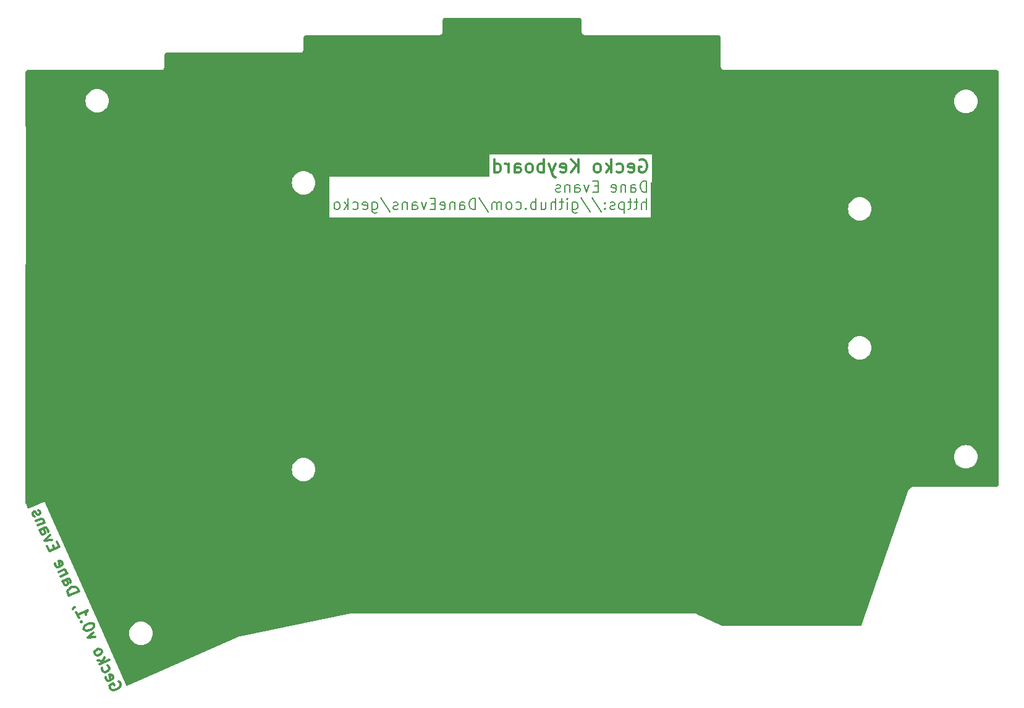
<source format=gbr>
%TF.GenerationSoftware,KiCad,Pcbnew,8.0.3*%
%TF.CreationDate,2024-09-02T20:29:09+10:00*%
%TF.ProjectId,bottom_plate,626f7474-6f6d-45f7-906c-6174652e6b69,1.0.0*%
%TF.SameCoordinates,Original*%
%TF.FileFunction,Copper,L2,Bot*%
%TF.FilePolarity,Positive*%
%FSLAX46Y46*%
G04 Gerber Fmt 4.6, Leading zero omitted, Abs format (unit mm)*
G04 Created by KiCad (PCBNEW 8.0.3) date 2024-09-02 20:29:09*
%MOMM*%
%LPD*%
G01*
G04 APERTURE LIST*
%ADD10C,0.200000*%
%TA.AperFunction,NonConductor*%
%ADD11C,0.200000*%
%TD*%
%ADD12C,0.350000*%
%TA.AperFunction,NonConductor*%
%ADD13C,0.350000*%
%TD*%
%ADD14C,0.300000*%
%TA.AperFunction,NonConductor*%
%ADD15C,0.300000*%
%TD*%
G04 APERTURE END LIST*
D10*
D11*
X110239855Y-47391112D02*
X110239855Y-45891112D01*
X110239855Y-45891112D02*
X109882712Y-45891112D01*
X109882712Y-45891112D02*
X109668426Y-45962541D01*
X109668426Y-45962541D02*
X109525569Y-46105398D01*
X109525569Y-46105398D02*
X109454140Y-46248255D01*
X109454140Y-46248255D02*
X109382712Y-46533969D01*
X109382712Y-46533969D02*
X109382712Y-46748255D01*
X109382712Y-46748255D02*
X109454140Y-47033969D01*
X109454140Y-47033969D02*
X109525569Y-47176826D01*
X109525569Y-47176826D02*
X109668426Y-47319684D01*
X109668426Y-47319684D02*
X109882712Y-47391112D01*
X109882712Y-47391112D02*
X110239855Y-47391112D01*
X108096998Y-47391112D02*
X108096998Y-46605398D01*
X108096998Y-46605398D02*
X108168426Y-46462541D01*
X108168426Y-46462541D02*
X108311283Y-46391112D01*
X108311283Y-46391112D02*
X108596998Y-46391112D01*
X108596998Y-46391112D02*
X108739855Y-46462541D01*
X108096998Y-47319684D02*
X108239855Y-47391112D01*
X108239855Y-47391112D02*
X108596998Y-47391112D01*
X108596998Y-47391112D02*
X108739855Y-47319684D01*
X108739855Y-47319684D02*
X108811283Y-47176826D01*
X108811283Y-47176826D02*
X108811283Y-47033969D01*
X108811283Y-47033969D02*
X108739855Y-46891112D01*
X108739855Y-46891112D02*
X108596998Y-46819684D01*
X108596998Y-46819684D02*
X108239855Y-46819684D01*
X108239855Y-46819684D02*
X108096998Y-46748255D01*
X107382712Y-46391112D02*
X107382712Y-47391112D01*
X107382712Y-46533969D02*
X107311283Y-46462541D01*
X107311283Y-46462541D02*
X107168426Y-46391112D01*
X107168426Y-46391112D02*
X106954140Y-46391112D01*
X106954140Y-46391112D02*
X106811283Y-46462541D01*
X106811283Y-46462541D02*
X106739855Y-46605398D01*
X106739855Y-46605398D02*
X106739855Y-47391112D01*
X105454140Y-47319684D02*
X105596997Y-47391112D01*
X105596997Y-47391112D02*
X105882712Y-47391112D01*
X105882712Y-47391112D02*
X106025569Y-47319684D01*
X106025569Y-47319684D02*
X106096997Y-47176826D01*
X106096997Y-47176826D02*
X106096997Y-46605398D01*
X106096997Y-46605398D02*
X106025569Y-46462541D01*
X106025569Y-46462541D02*
X105882712Y-46391112D01*
X105882712Y-46391112D02*
X105596997Y-46391112D01*
X105596997Y-46391112D02*
X105454140Y-46462541D01*
X105454140Y-46462541D02*
X105382712Y-46605398D01*
X105382712Y-46605398D02*
X105382712Y-46748255D01*
X105382712Y-46748255D02*
X106096997Y-46891112D01*
X103596998Y-46605398D02*
X103096998Y-46605398D01*
X102882712Y-47391112D02*
X103596998Y-47391112D01*
X103596998Y-47391112D02*
X103596998Y-45891112D01*
X103596998Y-45891112D02*
X102882712Y-45891112D01*
X102382712Y-46391112D02*
X102025569Y-47391112D01*
X102025569Y-47391112D02*
X101668426Y-46391112D01*
X100454141Y-47391112D02*
X100454141Y-46605398D01*
X100454141Y-46605398D02*
X100525569Y-46462541D01*
X100525569Y-46462541D02*
X100668426Y-46391112D01*
X100668426Y-46391112D02*
X100954141Y-46391112D01*
X100954141Y-46391112D02*
X101096998Y-46462541D01*
X100454141Y-47319684D02*
X100596998Y-47391112D01*
X100596998Y-47391112D02*
X100954141Y-47391112D01*
X100954141Y-47391112D02*
X101096998Y-47319684D01*
X101096998Y-47319684D02*
X101168426Y-47176826D01*
X101168426Y-47176826D02*
X101168426Y-47033969D01*
X101168426Y-47033969D02*
X101096998Y-46891112D01*
X101096998Y-46891112D02*
X100954141Y-46819684D01*
X100954141Y-46819684D02*
X100596998Y-46819684D01*
X100596998Y-46819684D02*
X100454141Y-46748255D01*
X99739855Y-46391112D02*
X99739855Y-47391112D01*
X99739855Y-46533969D02*
X99668426Y-46462541D01*
X99668426Y-46462541D02*
X99525569Y-46391112D01*
X99525569Y-46391112D02*
X99311283Y-46391112D01*
X99311283Y-46391112D02*
X99168426Y-46462541D01*
X99168426Y-46462541D02*
X99096998Y-46605398D01*
X99096998Y-46605398D02*
X99096998Y-47391112D01*
X98454140Y-47319684D02*
X98311283Y-47391112D01*
X98311283Y-47391112D02*
X98025569Y-47391112D01*
X98025569Y-47391112D02*
X97882712Y-47319684D01*
X97882712Y-47319684D02*
X97811283Y-47176826D01*
X97811283Y-47176826D02*
X97811283Y-47105398D01*
X97811283Y-47105398D02*
X97882712Y-46962541D01*
X97882712Y-46962541D02*
X98025569Y-46891112D01*
X98025569Y-46891112D02*
X98239855Y-46891112D01*
X98239855Y-46891112D02*
X98382712Y-46819684D01*
X98382712Y-46819684D02*
X98454140Y-46676826D01*
X98454140Y-46676826D02*
X98454140Y-46605398D01*
X98454140Y-46605398D02*
X98382712Y-46462541D01*
X98382712Y-46462541D02*
X98239855Y-46391112D01*
X98239855Y-46391112D02*
X98025569Y-46391112D01*
X98025569Y-46391112D02*
X97882712Y-46462541D01*
X110239855Y-49806028D02*
X110239855Y-48306028D01*
X109596998Y-49806028D02*
X109596998Y-49020314D01*
X109596998Y-49020314D02*
X109668426Y-48877457D01*
X109668426Y-48877457D02*
X109811283Y-48806028D01*
X109811283Y-48806028D02*
X110025569Y-48806028D01*
X110025569Y-48806028D02*
X110168426Y-48877457D01*
X110168426Y-48877457D02*
X110239855Y-48948885D01*
X109096997Y-48806028D02*
X108525569Y-48806028D01*
X108882712Y-48306028D02*
X108882712Y-49591742D01*
X108882712Y-49591742D02*
X108811283Y-49734600D01*
X108811283Y-49734600D02*
X108668426Y-49806028D01*
X108668426Y-49806028D02*
X108525569Y-49806028D01*
X108239854Y-48806028D02*
X107668426Y-48806028D01*
X108025569Y-48306028D02*
X108025569Y-49591742D01*
X108025569Y-49591742D02*
X107954140Y-49734600D01*
X107954140Y-49734600D02*
X107811283Y-49806028D01*
X107811283Y-49806028D02*
X107668426Y-49806028D01*
X107168426Y-48806028D02*
X107168426Y-50306028D01*
X107168426Y-48877457D02*
X107025569Y-48806028D01*
X107025569Y-48806028D02*
X106739854Y-48806028D01*
X106739854Y-48806028D02*
X106596997Y-48877457D01*
X106596997Y-48877457D02*
X106525569Y-48948885D01*
X106525569Y-48948885D02*
X106454140Y-49091742D01*
X106454140Y-49091742D02*
X106454140Y-49520314D01*
X106454140Y-49520314D02*
X106525569Y-49663171D01*
X106525569Y-49663171D02*
X106596997Y-49734600D01*
X106596997Y-49734600D02*
X106739854Y-49806028D01*
X106739854Y-49806028D02*
X107025569Y-49806028D01*
X107025569Y-49806028D02*
X107168426Y-49734600D01*
X105882711Y-49734600D02*
X105739854Y-49806028D01*
X105739854Y-49806028D02*
X105454140Y-49806028D01*
X105454140Y-49806028D02*
X105311283Y-49734600D01*
X105311283Y-49734600D02*
X105239854Y-49591742D01*
X105239854Y-49591742D02*
X105239854Y-49520314D01*
X105239854Y-49520314D02*
X105311283Y-49377457D01*
X105311283Y-49377457D02*
X105454140Y-49306028D01*
X105454140Y-49306028D02*
X105668426Y-49306028D01*
X105668426Y-49306028D02*
X105811283Y-49234600D01*
X105811283Y-49234600D02*
X105882711Y-49091742D01*
X105882711Y-49091742D02*
X105882711Y-49020314D01*
X105882711Y-49020314D02*
X105811283Y-48877457D01*
X105811283Y-48877457D02*
X105668426Y-48806028D01*
X105668426Y-48806028D02*
X105454140Y-48806028D01*
X105454140Y-48806028D02*
X105311283Y-48877457D01*
X104596997Y-49663171D02*
X104525568Y-49734600D01*
X104525568Y-49734600D02*
X104596997Y-49806028D01*
X104596997Y-49806028D02*
X104668425Y-49734600D01*
X104668425Y-49734600D02*
X104596997Y-49663171D01*
X104596997Y-49663171D02*
X104596997Y-49806028D01*
X104596997Y-48877457D02*
X104525568Y-48948885D01*
X104525568Y-48948885D02*
X104596997Y-49020314D01*
X104596997Y-49020314D02*
X104668425Y-48948885D01*
X104668425Y-48948885D02*
X104596997Y-48877457D01*
X104596997Y-48877457D02*
X104596997Y-49020314D01*
X102811282Y-48234600D02*
X104096996Y-50163171D01*
X101239853Y-48234600D02*
X102525567Y-50163171D01*
X100096996Y-48806028D02*
X100096996Y-50020314D01*
X100096996Y-50020314D02*
X100168424Y-50163171D01*
X100168424Y-50163171D02*
X100239853Y-50234600D01*
X100239853Y-50234600D02*
X100382710Y-50306028D01*
X100382710Y-50306028D02*
X100596996Y-50306028D01*
X100596996Y-50306028D02*
X100739853Y-50234600D01*
X100096996Y-49734600D02*
X100239853Y-49806028D01*
X100239853Y-49806028D02*
X100525567Y-49806028D01*
X100525567Y-49806028D02*
X100668424Y-49734600D01*
X100668424Y-49734600D02*
X100739853Y-49663171D01*
X100739853Y-49663171D02*
X100811281Y-49520314D01*
X100811281Y-49520314D02*
X100811281Y-49091742D01*
X100811281Y-49091742D02*
X100739853Y-48948885D01*
X100739853Y-48948885D02*
X100668424Y-48877457D01*
X100668424Y-48877457D02*
X100525567Y-48806028D01*
X100525567Y-48806028D02*
X100239853Y-48806028D01*
X100239853Y-48806028D02*
X100096996Y-48877457D01*
X99382710Y-49806028D02*
X99382710Y-48806028D01*
X99382710Y-48306028D02*
X99454138Y-48377457D01*
X99454138Y-48377457D02*
X99382710Y-48448885D01*
X99382710Y-48448885D02*
X99311281Y-48377457D01*
X99311281Y-48377457D02*
X99382710Y-48306028D01*
X99382710Y-48306028D02*
X99382710Y-48448885D01*
X98882709Y-48806028D02*
X98311281Y-48806028D01*
X98668424Y-48306028D02*
X98668424Y-49591742D01*
X98668424Y-49591742D02*
X98596995Y-49734600D01*
X98596995Y-49734600D02*
X98454138Y-49806028D01*
X98454138Y-49806028D02*
X98311281Y-49806028D01*
X97811281Y-49806028D02*
X97811281Y-48306028D01*
X97168424Y-49806028D02*
X97168424Y-49020314D01*
X97168424Y-49020314D02*
X97239852Y-48877457D01*
X97239852Y-48877457D02*
X97382709Y-48806028D01*
X97382709Y-48806028D02*
X97596995Y-48806028D01*
X97596995Y-48806028D02*
X97739852Y-48877457D01*
X97739852Y-48877457D02*
X97811281Y-48948885D01*
X95811281Y-48806028D02*
X95811281Y-49806028D01*
X96454138Y-48806028D02*
X96454138Y-49591742D01*
X96454138Y-49591742D02*
X96382709Y-49734600D01*
X96382709Y-49734600D02*
X96239852Y-49806028D01*
X96239852Y-49806028D02*
X96025566Y-49806028D01*
X96025566Y-49806028D02*
X95882709Y-49734600D01*
X95882709Y-49734600D02*
X95811281Y-49663171D01*
X95096995Y-49806028D02*
X95096995Y-48306028D01*
X95096995Y-48877457D02*
X94954138Y-48806028D01*
X94954138Y-48806028D02*
X94668423Y-48806028D01*
X94668423Y-48806028D02*
X94525566Y-48877457D01*
X94525566Y-48877457D02*
X94454138Y-48948885D01*
X94454138Y-48948885D02*
X94382709Y-49091742D01*
X94382709Y-49091742D02*
X94382709Y-49520314D01*
X94382709Y-49520314D02*
X94454138Y-49663171D01*
X94454138Y-49663171D02*
X94525566Y-49734600D01*
X94525566Y-49734600D02*
X94668423Y-49806028D01*
X94668423Y-49806028D02*
X94954138Y-49806028D01*
X94954138Y-49806028D02*
X95096995Y-49734600D01*
X93739852Y-49663171D02*
X93668423Y-49734600D01*
X93668423Y-49734600D02*
X93739852Y-49806028D01*
X93739852Y-49806028D02*
X93811280Y-49734600D01*
X93811280Y-49734600D02*
X93739852Y-49663171D01*
X93739852Y-49663171D02*
X93739852Y-49806028D01*
X92382709Y-49734600D02*
X92525566Y-49806028D01*
X92525566Y-49806028D02*
X92811280Y-49806028D01*
X92811280Y-49806028D02*
X92954137Y-49734600D01*
X92954137Y-49734600D02*
X93025566Y-49663171D01*
X93025566Y-49663171D02*
X93096994Y-49520314D01*
X93096994Y-49520314D02*
X93096994Y-49091742D01*
X93096994Y-49091742D02*
X93025566Y-48948885D01*
X93025566Y-48948885D02*
X92954137Y-48877457D01*
X92954137Y-48877457D02*
X92811280Y-48806028D01*
X92811280Y-48806028D02*
X92525566Y-48806028D01*
X92525566Y-48806028D02*
X92382709Y-48877457D01*
X91525566Y-49806028D02*
X91668423Y-49734600D01*
X91668423Y-49734600D02*
X91739852Y-49663171D01*
X91739852Y-49663171D02*
X91811280Y-49520314D01*
X91811280Y-49520314D02*
X91811280Y-49091742D01*
X91811280Y-49091742D02*
X91739852Y-48948885D01*
X91739852Y-48948885D02*
X91668423Y-48877457D01*
X91668423Y-48877457D02*
X91525566Y-48806028D01*
X91525566Y-48806028D02*
X91311280Y-48806028D01*
X91311280Y-48806028D02*
X91168423Y-48877457D01*
X91168423Y-48877457D02*
X91096995Y-48948885D01*
X91096995Y-48948885D02*
X91025566Y-49091742D01*
X91025566Y-49091742D02*
X91025566Y-49520314D01*
X91025566Y-49520314D02*
X91096995Y-49663171D01*
X91096995Y-49663171D02*
X91168423Y-49734600D01*
X91168423Y-49734600D02*
X91311280Y-49806028D01*
X91311280Y-49806028D02*
X91525566Y-49806028D01*
X90382709Y-49806028D02*
X90382709Y-48806028D01*
X90382709Y-48948885D02*
X90311280Y-48877457D01*
X90311280Y-48877457D02*
X90168423Y-48806028D01*
X90168423Y-48806028D02*
X89954137Y-48806028D01*
X89954137Y-48806028D02*
X89811280Y-48877457D01*
X89811280Y-48877457D02*
X89739852Y-49020314D01*
X89739852Y-49020314D02*
X89739852Y-49806028D01*
X89739852Y-49020314D02*
X89668423Y-48877457D01*
X89668423Y-48877457D02*
X89525566Y-48806028D01*
X89525566Y-48806028D02*
X89311280Y-48806028D01*
X89311280Y-48806028D02*
X89168423Y-48877457D01*
X89168423Y-48877457D02*
X89096994Y-49020314D01*
X89096994Y-49020314D02*
X89096994Y-49806028D01*
X87311280Y-48234600D02*
X88596994Y-50163171D01*
X86811280Y-49806028D02*
X86811280Y-48306028D01*
X86811280Y-48306028D02*
X86454137Y-48306028D01*
X86454137Y-48306028D02*
X86239851Y-48377457D01*
X86239851Y-48377457D02*
X86096994Y-48520314D01*
X86096994Y-48520314D02*
X86025565Y-48663171D01*
X86025565Y-48663171D02*
X85954137Y-48948885D01*
X85954137Y-48948885D02*
X85954137Y-49163171D01*
X85954137Y-49163171D02*
X86025565Y-49448885D01*
X86025565Y-49448885D02*
X86096994Y-49591742D01*
X86096994Y-49591742D02*
X86239851Y-49734600D01*
X86239851Y-49734600D02*
X86454137Y-49806028D01*
X86454137Y-49806028D02*
X86811280Y-49806028D01*
X84668423Y-49806028D02*
X84668423Y-49020314D01*
X84668423Y-49020314D02*
X84739851Y-48877457D01*
X84739851Y-48877457D02*
X84882708Y-48806028D01*
X84882708Y-48806028D02*
X85168423Y-48806028D01*
X85168423Y-48806028D02*
X85311280Y-48877457D01*
X84668423Y-49734600D02*
X84811280Y-49806028D01*
X84811280Y-49806028D02*
X85168423Y-49806028D01*
X85168423Y-49806028D02*
X85311280Y-49734600D01*
X85311280Y-49734600D02*
X85382708Y-49591742D01*
X85382708Y-49591742D02*
X85382708Y-49448885D01*
X85382708Y-49448885D02*
X85311280Y-49306028D01*
X85311280Y-49306028D02*
X85168423Y-49234600D01*
X85168423Y-49234600D02*
X84811280Y-49234600D01*
X84811280Y-49234600D02*
X84668423Y-49163171D01*
X83954137Y-48806028D02*
X83954137Y-49806028D01*
X83954137Y-48948885D02*
X83882708Y-48877457D01*
X83882708Y-48877457D02*
X83739851Y-48806028D01*
X83739851Y-48806028D02*
X83525565Y-48806028D01*
X83525565Y-48806028D02*
X83382708Y-48877457D01*
X83382708Y-48877457D02*
X83311280Y-49020314D01*
X83311280Y-49020314D02*
X83311280Y-49806028D01*
X82025565Y-49734600D02*
X82168422Y-49806028D01*
X82168422Y-49806028D02*
X82454137Y-49806028D01*
X82454137Y-49806028D02*
X82596994Y-49734600D01*
X82596994Y-49734600D02*
X82668422Y-49591742D01*
X82668422Y-49591742D02*
X82668422Y-49020314D01*
X82668422Y-49020314D02*
X82596994Y-48877457D01*
X82596994Y-48877457D02*
X82454137Y-48806028D01*
X82454137Y-48806028D02*
X82168422Y-48806028D01*
X82168422Y-48806028D02*
X82025565Y-48877457D01*
X82025565Y-48877457D02*
X81954137Y-49020314D01*
X81954137Y-49020314D02*
X81954137Y-49163171D01*
X81954137Y-49163171D02*
X82668422Y-49306028D01*
X81311280Y-49020314D02*
X80811280Y-49020314D01*
X80596994Y-49806028D02*
X81311280Y-49806028D01*
X81311280Y-49806028D02*
X81311280Y-48306028D01*
X81311280Y-48306028D02*
X80596994Y-48306028D01*
X80096994Y-48806028D02*
X79739851Y-49806028D01*
X79739851Y-49806028D02*
X79382708Y-48806028D01*
X78168423Y-49806028D02*
X78168423Y-49020314D01*
X78168423Y-49020314D02*
X78239851Y-48877457D01*
X78239851Y-48877457D02*
X78382708Y-48806028D01*
X78382708Y-48806028D02*
X78668423Y-48806028D01*
X78668423Y-48806028D02*
X78811280Y-48877457D01*
X78168423Y-49734600D02*
X78311280Y-49806028D01*
X78311280Y-49806028D02*
X78668423Y-49806028D01*
X78668423Y-49806028D02*
X78811280Y-49734600D01*
X78811280Y-49734600D02*
X78882708Y-49591742D01*
X78882708Y-49591742D02*
X78882708Y-49448885D01*
X78882708Y-49448885D02*
X78811280Y-49306028D01*
X78811280Y-49306028D02*
X78668423Y-49234600D01*
X78668423Y-49234600D02*
X78311280Y-49234600D01*
X78311280Y-49234600D02*
X78168423Y-49163171D01*
X77454137Y-48806028D02*
X77454137Y-49806028D01*
X77454137Y-48948885D02*
X77382708Y-48877457D01*
X77382708Y-48877457D02*
X77239851Y-48806028D01*
X77239851Y-48806028D02*
X77025565Y-48806028D01*
X77025565Y-48806028D02*
X76882708Y-48877457D01*
X76882708Y-48877457D02*
X76811280Y-49020314D01*
X76811280Y-49020314D02*
X76811280Y-49806028D01*
X76168422Y-49734600D02*
X76025565Y-49806028D01*
X76025565Y-49806028D02*
X75739851Y-49806028D01*
X75739851Y-49806028D02*
X75596994Y-49734600D01*
X75596994Y-49734600D02*
X75525565Y-49591742D01*
X75525565Y-49591742D02*
X75525565Y-49520314D01*
X75525565Y-49520314D02*
X75596994Y-49377457D01*
X75596994Y-49377457D02*
X75739851Y-49306028D01*
X75739851Y-49306028D02*
X75954137Y-49306028D01*
X75954137Y-49306028D02*
X76096994Y-49234600D01*
X76096994Y-49234600D02*
X76168422Y-49091742D01*
X76168422Y-49091742D02*
X76168422Y-49020314D01*
X76168422Y-49020314D02*
X76096994Y-48877457D01*
X76096994Y-48877457D02*
X75954137Y-48806028D01*
X75954137Y-48806028D02*
X75739851Y-48806028D01*
X75739851Y-48806028D02*
X75596994Y-48877457D01*
X73811279Y-48234600D02*
X75096993Y-50163171D01*
X72668422Y-48806028D02*
X72668422Y-50020314D01*
X72668422Y-50020314D02*
X72739850Y-50163171D01*
X72739850Y-50163171D02*
X72811279Y-50234600D01*
X72811279Y-50234600D02*
X72954136Y-50306028D01*
X72954136Y-50306028D02*
X73168422Y-50306028D01*
X73168422Y-50306028D02*
X73311279Y-50234600D01*
X72668422Y-49734600D02*
X72811279Y-49806028D01*
X72811279Y-49806028D02*
X73096993Y-49806028D01*
X73096993Y-49806028D02*
X73239850Y-49734600D01*
X73239850Y-49734600D02*
X73311279Y-49663171D01*
X73311279Y-49663171D02*
X73382707Y-49520314D01*
X73382707Y-49520314D02*
X73382707Y-49091742D01*
X73382707Y-49091742D02*
X73311279Y-48948885D01*
X73311279Y-48948885D02*
X73239850Y-48877457D01*
X73239850Y-48877457D02*
X73096993Y-48806028D01*
X73096993Y-48806028D02*
X72811279Y-48806028D01*
X72811279Y-48806028D02*
X72668422Y-48877457D01*
X71382707Y-49734600D02*
X71525564Y-49806028D01*
X71525564Y-49806028D02*
X71811279Y-49806028D01*
X71811279Y-49806028D02*
X71954136Y-49734600D01*
X71954136Y-49734600D02*
X72025564Y-49591742D01*
X72025564Y-49591742D02*
X72025564Y-49020314D01*
X72025564Y-49020314D02*
X71954136Y-48877457D01*
X71954136Y-48877457D02*
X71811279Y-48806028D01*
X71811279Y-48806028D02*
X71525564Y-48806028D01*
X71525564Y-48806028D02*
X71382707Y-48877457D01*
X71382707Y-48877457D02*
X71311279Y-49020314D01*
X71311279Y-49020314D02*
X71311279Y-49163171D01*
X71311279Y-49163171D02*
X72025564Y-49306028D01*
X70025565Y-49734600D02*
X70168422Y-49806028D01*
X70168422Y-49806028D02*
X70454136Y-49806028D01*
X70454136Y-49806028D02*
X70596993Y-49734600D01*
X70596993Y-49734600D02*
X70668422Y-49663171D01*
X70668422Y-49663171D02*
X70739850Y-49520314D01*
X70739850Y-49520314D02*
X70739850Y-49091742D01*
X70739850Y-49091742D02*
X70668422Y-48948885D01*
X70668422Y-48948885D02*
X70596993Y-48877457D01*
X70596993Y-48877457D02*
X70454136Y-48806028D01*
X70454136Y-48806028D02*
X70168422Y-48806028D01*
X70168422Y-48806028D02*
X70025565Y-48877457D01*
X69382708Y-49806028D02*
X69382708Y-48306028D01*
X69239851Y-49234600D02*
X68811279Y-49806028D01*
X68811279Y-48806028D02*
X69382708Y-49377457D01*
X67954136Y-49806028D02*
X68096993Y-49734600D01*
X68096993Y-49734600D02*
X68168422Y-49663171D01*
X68168422Y-49663171D02*
X68239850Y-49520314D01*
X68239850Y-49520314D02*
X68239850Y-49091742D01*
X68239850Y-49091742D02*
X68168422Y-48948885D01*
X68168422Y-48948885D02*
X68096993Y-48877457D01*
X68096993Y-48877457D02*
X67954136Y-48806028D01*
X67954136Y-48806028D02*
X67739850Y-48806028D01*
X67739850Y-48806028D02*
X67596993Y-48877457D01*
X67596993Y-48877457D02*
X67525565Y-48948885D01*
X67525565Y-48948885D02*
X67454136Y-49091742D01*
X67454136Y-49091742D02*
X67454136Y-49520314D01*
X67454136Y-49520314D02*
X67525565Y-49663171D01*
X67525565Y-49663171D02*
X67596993Y-49734600D01*
X67596993Y-49734600D02*
X67739850Y-49806028D01*
X67739850Y-49806028D02*
X67954136Y-49806028D01*
D12*
D13*
X109326884Y-43047228D02*
X109498313Y-42961514D01*
X109498313Y-42961514D02*
X109755455Y-42961514D01*
X109755455Y-42961514D02*
X110012598Y-43047228D01*
X110012598Y-43047228D02*
X110184027Y-43218657D01*
X110184027Y-43218657D02*
X110269741Y-43390085D01*
X110269741Y-43390085D02*
X110355455Y-43732942D01*
X110355455Y-43732942D02*
X110355455Y-43990085D01*
X110355455Y-43990085D02*
X110269741Y-44332942D01*
X110269741Y-44332942D02*
X110184027Y-44504371D01*
X110184027Y-44504371D02*
X110012598Y-44675800D01*
X110012598Y-44675800D02*
X109755455Y-44761514D01*
X109755455Y-44761514D02*
X109584027Y-44761514D01*
X109584027Y-44761514D02*
X109326884Y-44675800D01*
X109326884Y-44675800D02*
X109241170Y-44590085D01*
X109241170Y-44590085D02*
X109241170Y-43990085D01*
X109241170Y-43990085D02*
X109584027Y-43990085D01*
X107784027Y-44675800D02*
X107955455Y-44761514D01*
X107955455Y-44761514D02*
X108298313Y-44761514D01*
X108298313Y-44761514D02*
X108469741Y-44675800D01*
X108469741Y-44675800D02*
X108555455Y-44504371D01*
X108555455Y-44504371D02*
X108555455Y-43818657D01*
X108555455Y-43818657D02*
X108469741Y-43647228D01*
X108469741Y-43647228D02*
X108298313Y-43561514D01*
X108298313Y-43561514D02*
X107955455Y-43561514D01*
X107955455Y-43561514D02*
X107784027Y-43647228D01*
X107784027Y-43647228D02*
X107698313Y-43818657D01*
X107698313Y-43818657D02*
X107698313Y-43990085D01*
X107698313Y-43990085D02*
X108555455Y-44161514D01*
X106155456Y-44675800D02*
X106326884Y-44761514D01*
X106326884Y-44761514D02*
X106669741Y-44761514D01*
X106669741Y-44761514D02*
X106841170Y-44675800D01*
X106841170Y-44675800D02*
X106926884Y-44590085D01*
X106926884Y-44590085D02*
X107012598Y-44418657D01*
X107012598Y-44418657D02*
X107012598Y-43904371D01*
X107012598Y-43904371D02*
X106926884Y-43732942D01*
X106926884Y-43732942D02*
X106841170Y-43647228D01*
X106841170Y-43647228D02*
X106669741Y-43561514D01*
X106669741Y-43561514D02*
X106326884Y-43561514D01*
X106326884Y-43561514D02*
X106155456Y-43647228D01*
X105384027Y-44761514D02*
X105384027Y-42961514D01*
X105212599Y-44075800D02*
X104698313Y-44761514D01*
X104698313Y-43561514D02*
X105384027Y-44247228D01*
X103669741Y-44761514D02*
X103841170Y-44675800D01*
X103841170Y-44675800D02*
X103926884Y-44590085D01*
X103926884Y-44590085D02*
X104012598Y-44418657D01*
X104012598Y-44418657D02*
X104012598Y-43904371D01*
X104012598Y-43904371D02*
X103926884Y-43732942D01*
X103926884Y-43732942D02*
X103841170Y-43647228D01*
X103841170Y-43647228D02*
X103669741Y-43561514D01*
X103669741Y-43561514D02*
X103412598Y-43561514D01*
X103412598Y-43561514D02*
X103241170Y-43647228D01*
X103241170Y-43647228D02*
X103155456Y-43732942D01*
X103155456Y-43732942D02*
X103069741Y-43904371D01*
X103069741Y-43904371D02*
X103069741Y-44418657D01*
X103069741Y-44418657D02*
X103155456Y-44590085D01*
X103155456Y-44590085D02*
X103241170Y-44675800D01*
X103241170Y-44675800D02*
X103412598Y-44761514D01*
X103412598Y-44761514D02*
X103669741Y-44761514D01*
X100926884Y-44761514D02*
X100926884Y-42961514D01*
X99898313Y-44761514D02*
X100669741Y-43732942D01*
X99898313Y-42961514D02*
X100926884Y-43990085D01*
X98441170Y-44675800D02*
X98612598Y-44761514D01*
X98612598Y-44761514D02*
X98955456Y-44761514D01*
X98955456Y-44761514D02*
X99126884Y-44675800D01*
X99126884Y-44675800D02*
X99212598Y-44504371D01*
X99212598Y-44504371D02*
X99212598Y-43818657D01*
X99212598Y-43818657D02*
X99126884Y-43647228D01*
X99126884Y-43647228D02*
X98955456Y-43561514D01*
X98955456Y-43561514D02*
X98612598Y-43561514D01*
X98612598Y-43561514D02*
X98441170Y-43647228D01*
X98441170Y-43647228D02*
X98355456Y-43818657D01*
X98355456Y-43818657D02*
X98355456Y-43990085D01*
X98355456Y-43990085D02*
X99212598Y-44161514D01*
X97755456Y-43561514D02*
X97326884Y-44761514D01*
X96898313Y-43561514D02*
X97326884Y-44761514D01*
X97326884Y-44761514D02*
X97498313Y-45190085D01*
X97498313Y-45190085D02*
X97584027Y-45275800D01*
X97584027Y-45275800D02*
X97755456Y-45361514D01*
X96212598Y-44761514D02*
X96212598Y-42961514D01*
X96212598Y-43647228D02*
X96041170Y-43561514D01*
X96041170Y-43561514D02*
X95698312Y-43561514D01*
X95698312Y-43561514D02*
X95526884Y-43647228D01*
X95526884Y-43647228D02*
X95441170Y-43732942D01*
X95441170Y-43732942D02*
X95355455Y-43904371D01*
X95355455Y-43904371D02*
X95355455Y-44418657D01*
X95355455Y-44418657D02*
X95441170Y-44590085D01*
X95441170Y-44590085D02*
X95526884Y-44675800D01*
X95526884Y-44675800D02*
X95698312Y-44761514D01*
X95698312Y-44761514D02*
X96041170Y-44761514D01*
X96041170Y-44761514D02*
X96212598Y-44675800D01*
X94326884Y-44761514D02*
X94498313Y-44675800D01*
X94498313Y-44675800D02*
X94584027Y-44590085D01*
X94584027Y-44590085D02*
X94669741Y-44418657D01*
X94669741Y-44418657D02*
X94669741Y-43904371D01*
X94669741Y-43904371D02*
X94584027Y-43732942D01*
X94584027Y-43732942D02*
X94498313Y-43647228D01*
X94498313Y-43647228D02*
X94326884Y-43561514D01*
X94326884Y-43561514D02*
X94069741Y-43561514D01*
X94069741Y-43561514D02*
X93898313Y-43647228D01*
X93898313Y-43647228D02*
X93812599Y-43732942D01*
X93812599Y-43732942D02*
X93726884Y-43904371D01*
X93726884Y-43904371D02*
X93726884Y-44418657D01*
X93726884Y-44418657D02*
X93812599Y-44590085D01*
X93812599Y-44590085D02*
X93898313Y-44675800D01*
X93898313Y-44675800D02*
X94069741Y-44761514D01*
X94069741Y-44761514D02*
X94326884Y-44761514D01*
X92184028Y-44761514D02*
X92184028Y-43818657D01*
X92184028Y-43818657D02*
X92269742Y-43647228D01*
X92269742Y-43647228D02*
X92441170Y-43561514D01*
X92441170Y-43561514D02*
X92784028Y-43561514D01*
X92784028Y-43561514D02*
X92955456Y-43647228D01*
X92184028Y-44675800D02*
X92355456Y-44761514D01*
X92355456Y-44761514D02*
X92784028Y-44761514D01*
X92784028Y-44761514D02*
X92955456Y-44675800D01*
X92955456Y-44675800D02*
X93041170Y-44504371D01*
X93041170Y-44504371D02*
X93041170Y-44332942D01*
X93041170Y-44332942D02*
X92955456Y-44161514D01*
X92955456Y-44161514D02*
X92784028Y-44075800D01*
X92784028Y-44075800D02*
X92355456Y-44075800D01*
X92355456Y-44075800D02*
X92184028Y-43990085D01*
X91326885Y-44761514D02*
X91326885Y-43561514D01*
X91326885Y-43904371D02*
X91241171Y-43732942D01*
X91241171Y-43732942D02*
X91155457Y-43647228D01*
X91155457Y-43647228D02*
X90984028Y-43561514D01*
X90984028Y-43561514D02*
X90812599Y-43561514D01*
X89441171Y-44761514D02*
X89441171Y-42961514D01*
X89441171Y-44675800D02*
X89612599Y-44761514D01*
X89612599Y-44761514D02*
X89955456Y-44761514D01*
X89955456Y-44761514D02*
X90126885Y-44675800D01*
X90126885Y-44675800D02*
X90212599Y-44590085D01*
X90212599Y-44590085D02*
X90298313Y-44418657D01*
X90298313Y-44418657D02*
X90298313Y-43904371D01*
X90298313Y-43904371D02*
X90212599Y-43732942D01*
X90212599Y-43732942D02*
X90126885Y-43647228D01*
X90126885Y-43647228D02*
X89955456Y-43561514D01*
X89955456Y-43561514D02*
X89612599Y-43561514D01*
X89612599Y-43561514D02*
X89441171Y-43647228D01*
D14*
D15*
X37941898Y-114513580D02*
X38065256Y-114615034D01*
X38065256Y-114615034D02*
X38152414Y-114810794D01*
X38152414Y-114810794D02*
X38174319Y-115035606D01*
X38174319Y-115035606D02*
X38101918Y-115224218D01*
X38101918Y-115224218D02*
X38000464Y-115347576D01*
X38000464Y-115347576D02*
X37768503Y-115529040D01*
X37768503Y-115529040D02*
X37572744Y-115616198D01*
X37572744Y-115616198D02*
X37282678Y-115667155D01*
X37282678Y-115667155D02*
X37123119Y-115660007D01*
X37123119Y-115660007D02*
X36934507Y-115587606D01*
X36934507Y-115587606D02*
X36782096Y-115420899D01*
X36782096Y-115420899D02*
X36723991Y-115290392D01*
X36723991Y-115290392D02*
X36702086Y-115065580D01*
X36702086Y-115065580D02*
X36738287Y-114971274D01*
X36738287Y-114971274D02*
X37195060Y-114767906D01*
X37195060Y-114767906D02*
X37311270Y-115028919D01*
X36179139Y-113891022D02*
X36171991Y-114050581D01*
X36171991Y-114050581D02*
X36288202Y-114311594D01*
X36288202Y-114311594D02*
X36411560Y-114413048D01*
X36411560Y-114413048D02*
X36571119Y-114420196D01*
X36571119Y-114420196D02*
X37093145Y-114187775D01*
X37093145Y-114187775D02*
X37194599Y-114064416D01*
X37194599Y-114064416D02*
X37201747Y-113904857D01*
X37201747Y-113904857D02*
X37085537Y-113643844D01*
X37085537Y-113643844D02*
X36962178Y-113542390D01*
X36962178Y-113542390D02*
X36802619Y-113535242D01*
X36802619Y-113535242D02*
X36672112Y-113593347D01*
X36672112Y-113593347D02*
X36832132Y-114303985D01*
X35627139Y-112651210D02*
X35619991Y-112810769D01*
X35619991Y-112810769D02*
X35736202Y-113071782D01*
X35736202Y-113071782D02*
X35859560Y-113173236D01*
X35859560Y-113173236D02*
X35953866Y-113209437D01*
X35953866Y-113209437D02*
X36113425Y-113216585D01*
X36113425Y-113216585D02*
X36504945Y-113042269D01*
X36504945Y-113042269D02*
X36606399Y-112918911D01*
X36606399Y-112918911D02*
X36642599Y-112824605D01*
X36642599Y-112824605D02*
X36649747Y-112665046D01*
X36649747Y-112665046D02*
X36533537Y-112404033D01*
X36533537Y-112404033D02*
X36410178Y-112302579D01*
X35300413Y-112092984D02*
X36670731Y-111482879D01*
X35764334Y-111730056D02*
X35067992Y-111570958D01*
X35981537Y-111164221D02*
X35691932Y-111918668D01*
X34719360Y-110787919D02*
X34842719Y-110889372D01*
X34842719Y-110889372D02*
X34937025Y-110925573D01*
X34937025Y-110925573D02*
X35096584Y-110932721D01*
X35096584Y-110932721D02*
X35488103Y-110758405D01*
X35488103Y-110758405D02*
X35589557Y-110635047D01*
X35589557Y-110635047D02*
X35625758Y-110540741D01*
X35625758Y-110540741D02*
X35632906Y-110381182D01*
X35632906Y-110381182D02*
X35545748Y-110185422D01*
X35545748Y-110185422D02*
X35422389Y-110083968D01*
X35422389Y-110083968D02*
X35328084Y-110047768D01*
X35328084Y-110047768D02*
X35168524Y-110040620D01*
X35168524Y-110040620D02*
X34777005Y-110214935D01*
X34777005Y-110214935D02*
X34675551Y-110338294D01*
X34675551Y-110338294D02*
X34639351Y-110432600D01*
X34639351Y-110432600D02*
X34632202Y-110592159D01*
X34632202Y-110592159D02*
X34719360Y-110787919D01*
X34761327Y-108423584D02*
X33702519Y-108504055D01*
X33702519Y-108504055D02*
X34470801Y-107771052D01*
X34578942Y-106784645D02*
X34520837Y-106654138D01*
X34520837Y-106654138D02*
X34397479Y-106552685D01*
X34397479Y-106552685D02*
X34303173Y-106516484D01*
X34303173Y-106516484D02*
X34143614Y-106509336D01*
X34143614Y-106509336D02*
X33853548Y-106560293D01*
X33853548Y-106560293D02*
X33527282Y-106705556D01*
X33527282Y-106705556D02*
X33295322Y-106887020D01*
X33295322Y-106887020D02*
X33193868Y-107010378D01*
X33193868Y-107010378D02*
X33157667Y-107104684D01*
X33157667Y-107104684D02*
X33150519Y-107264243D01*
X33150519Y-107264243D02*
X33208624Y-107394750D01*
X33208624Y-107394750D02*
X33331983Y-107496204D01*
X33331983Y-107496204D02*
X33426289Y-107532404D01*
X33426289Y-107532404D02*
X33585848Y-107539552D01*
X33585848Y-107539552D02*
X33875913Y-107488595D01*
X33875913Y-107488595D02*
X34202180Y-107343332D01*
X34202180Y-107343332D02*
X34434140Y-107161868D01*
X34434140Y-107161868D02*
X34535594Y-107038510D01*
X34535594Y-107038510D02*
X34571794Y-106944204D01*
X34571794Y-106944204D02*
X34578942Y-106784645D01*
X32874289Y-106292593D02*
X32779983Y-106256392D01*
X32779983Y-106256392D02*
X32743783Y-106350698D01*
X32743783Y-106350698D02*
X32838088Y-106386899D01*
X32838088Y-106386899D02*
X32874289Y-106292593D01*
X32874289Y-106292593D02*
X32743783Y-106350698D01*
X32133678Y-104980380D02*
X32482309Y-105763419D01*
X32307993Y-105371899D02*
X33678311Y-104761794D01*
X33678311Y-104761794D02*
X33540657Y-104979459D01*
X33540657Y-104979459D02*
X33468256Y-105168070D01*
X33468256Y-105168070D02*
X33461108Y-105327630D01*
X31908405Y-104298795D02*
X31843152Y-104327848D01*
X31843152Y-104327848D02*
X31741698Y-104451206D01*
X31741698Y-104451206D02*
X31705497Y-104545512D01*
X31116836Y-102696516D02*
X32487154Y-102086411D01*
X32487154Y-102086411D02*
X32341891Y-101760145D01*
X32341891Y-101760145D02*
X32189480Y-101593438D01*
X32189480Y-101593438D02*
X32000868Y-101521037D01*
X32000868Y-101521037D02*
X31841309Y-101513889D01*
X31841309Y-101513889D02*
X31551244Y-101564846D01*
X31551244Y-101564846D02*
X31355484Y-101652004D01*
X31355484Y-101652004D02*
X31123523Y-101833468D01*
X31123523Y-101833468D02*
X31022070Y-101956826D01*
X31022070Y-101956826D02*
X30949668Y-102145438D01*
X30949668Y-102145438D02*
X30971573Y-102370250D01*
X30971573Y-102370250D02*
X31116836Y-102696516D01*
X30245258Y-100738919D02*
X30963043Y-100419340D01*
X30963043Y-100419340D02*
X31122602Y-100426488D01*
X31122602Y-100426488D02*
X31245961Y-100527942D01*
X31245961Y-100527942D02*
X31362171Y-100788955D01*
X31362171Y-100788955D02*
X31355023Y-100948514D01*
X30310511Y-100709866D02*
X30303363Y-100869426D01*
X30303363Y-100869426D02*
X30448626Y-101195692D01*
X30448626Y-101195692D02*
X30571984Y-101297146D01*
X30571984Y-101297146D02*
X30731543Y-101304294D01*
X30731543Y-101304294D02*
X30862050Y-101246188D01*
X30862050Y-101246188D02*
X30963504Y-101122830D01*
X30963504Y-101122830D02*
X30970652Y-100963271D01*
X30970652Y-100963271D02*
X30825389Y-100637005D01*
X30825389Y-100637005D02*
X30832537Y-100477445D01*
X30868277Y-99679650D02*
X29954731Y-100086386D01*
X30737770Y-99737755D02*
X30773971Y-99643449D01*
X30773971Y-99643449D02*
X30781119Y-99483890D01*
X30781119Y-99483890D02*
X30693961Y-99288130D01*
X30693961Y-99288130D02*
X30570603Y-99186676D01*
X30570603Y-99186676D02*
X30411043Y-99179528D01*
X30411043Y-99179528D02*
X29693258Y-99499107D01*
X29235564Y-98295496D02*
X29228416Y-98455055D01*
X29228416Y-98455055D02*
X29344626Y-98716068D01*
X29344626Y-98716068D02*
X29467985Y-98817522D01*
X29467985Y-98817522D02*
X29627544Y-98824670D01*
X29627544Y-98824670D02*
X30149570Y-98592249D01*
X30149570Y-98592249D02*
X30251024Y-98468891D01*
X30251024Y-98468891D02*
X30258172Y-98309331D01*
X30258172Y-98309331D02*
X30141961Y-98048318D01*
X30141961Y-98048318D02*
X30018603Y-97946865D01*
X30018603Y-97946865D02*
X29859044Y-97939717D01*
X29859044Y-97939717D02*
X29728537Y-97997822D01*
X29728537Y-97997822D02*
X29888557Y-98708460D01*
X29132728Y-96308386D02*
X28929360Y-95851613D01*
X28124416Y-95975432D02*
X28414943Y-96627965D01*
X28414943Y-96627965D02*
X29785261Y-96017860D01*
X29785261Y-96017860D02*
X29494735Y-95365327D01*
X28834594Y-95111923D02*
X27775785Y-95192393D01*
X27775785Y-95192393D02*
X28544067Y-94459390D01*
X27136628Y-93756822D02*
X27854413Y-93437243D01*
X27854413Y-93437243D02*
X28013972Y-93444391D01*
X28013972Y-93444391D02*
X28137331Y-93545845D01*
X28137331Y-93545845D02*
X28253541Y-93806858D01*
X28253541Y-93806858D02*
X28246393Y-93966417D01*
X27201881Y-93727769D02*
X27194733Y-93887328D01*
X27194733Y-93887328D02*
X27339996Y-94213594D01*
X27339996Y-94213594D02*
X27463354Y-94315048D01*
X27463354Y-94315048D02*
X27622913Y-94322196D01*
X27622913Y-94322196D02*
X27753420Y-94264091D01*
X27753420Y-94264091D02*
X27854874Y-94140733D01*
X27854874Y-94140733D02*
X27862022Y-93981174D01*
X27862022Y-93981174D02*
X27716759Y-93654907D01*
X27716759Y-93654907D02*
X27723907Y-93495348D01*
X27759647Y-92697552D02*
X26846101Y-93104289D01*
X27629140Y-92755658D02*
X27665341Y-92661352D01*
X27665341Y-92661352D02*
X27672489Y-92501793D01*
X27672489Y-92501793D02*
X27585331Y-92306033D01*
X27585331Y-92306033D02*
X27461973Y-92204579D01*
X27461973Y-92204579D02*
X27302413Y-92197431D01*
X27302413Y-92197431D02*
X26584628Y-92517010D01*
X26388407Y-91900678D02*
X26265049Y-91799224D01*
X26265049Y-91799224D02*
X26148838Y-91538211D01*
X26148838Y-91538211D02*
X26155986Y-91378652D01*
X26155986Y-91378652D02*
X26257440Y-91255293D01*
X26257440Y-91255293D02*
X26322694Y-91226241D01*
X26322694Y-91226241D02*
X26482253Y-91233389D01*
X26482253Y-91233389D02*
X26605611Y-91334843D01*
X26605611Y-91334843D02*
X26692769Y-91530603D01*
X26692769Y-91530603D02*
X26816127Y-91632056D01*
X26816127Y-91632056D02*
X26975687Y-91639204D01*
X26975687Y-91639204D02*
X27040940Y-91610152D01*
X27040940Y-91610152D02*
X27142394Y-91486793D01*
X27142394Y-91486793D02*
X27149542Y-91327234D01*
X27149542Y-91327234D02*
X27062384Y-91131474D01*
X27062384Y-91131474D02*
X26939025Y-91030021D01*
%TA.AperFunction,NonConductor*%
G36*
X100872360Y-23530037D02*
G01*
X100918149Y-23530161D01*
X100921722Y-23530222D01*
X100995954Y-23532576D01*
X101005252Y-23533221D01*
X101057209Y-23538798D01*
X101067731Y-23540388D01*
X101078501Y-23542493D01*
X101090380Y-23545431D01*
X101120266Y-23554410D01*
X101134724Y-23559755D01*
X101142890Y-23563366D01*
X101161844Y-23571748D01*
X101179846Y-23581563D01*
X101207229Y-23599580D01*
X101219127Y-23608476D01*
X101246996Y-23632048D01*
X101257367Y-23641902D01*
X101281421Y-23667557D01*
X101292199Y-23680764D01*
X101312058Y-23708844D01*
X101320084Y-23721819D01*
X101332080Y-23744181D01*
X101338593Y-23758411D01*
X101349123Y-23785878D01*
X101353310Y-23798912D01*
X101356833Y-23812392D01*
X101359379Y-23824618D01*
X101365692Y-23865054D01*
X101366935Y-23876447D01*
X101370887Y-23939679D01*
X101371123Y-23946259D01*
X101371915Y-24031314D01*
X101371920Y-24032469D01*
X101371920Y-25476677D01*
X101406028Y-25603973D01*
X101412974Y-25616003D01*
X101471920Y-25718100D01*
X101565106Y-25811286D01*
X101679234Y-25877178D01*
X101806528Y-25911286D01*
X101938312Y-25911286D01*
X108456524Y-25911286D01*
X119921646Y-25911286D01*
X119922360Y-25911287D01*
X119968149Y-25911411D01*
X119971722Y-25911472D01*
X120045954Y-25913826D01*
X120055252Y-25914471D01*
X120107209Y-25920048D01*
X120117731Y-25921638D01*
X120128501Y-25923743D01*
X120140380Y-25926681D01*
X120170266Y-25935660D01*
X120184724Y-25941005D01*
X120192890Y-25944616D01*
X120211844Y-25952998D01*
X120229846Y-25962813D01*
X120257229Y-25980830D01*
X120269127Y-25989726D01*
X120296996Y-26013298D01*
X120307367Y-26023152D01*
X120331421Y-26048807D01*
X120342199Y-26062014D01*
X120362058Y-26090094D01*
X120370084Y-26103069D01*
X120382080Y-26125431D01*
X120388593Y-26139661D01*
X120399123Y-26167128D01*
X120403310Y-26180162D01*
X120406833Y-26193642D01*
X120409379Y-26205868D01*
X120415692Y-26246304D01*
X120416935Y-26257697D01*
X120420887Y-26320929D01*
X120421123Y-26327509D01*
X120421915Y-26412564D01*
X120421920Y-26413719D01*
X120421920Y-30239177D01*
X120434624Y-30286588D01*
X120456028Y-30366472D01*
X120488974Y-30423535D01*
X120521920Y-30480599D01*
X120615106Y-30573785D01*
X120729234Y-30639677D01*
X120856528Y-30673785D01*
X120856530Y-30673785D01*
X121039668Y-30673785D01*
X121039671Y-30673783D01*
X158021648Y-30673778D01*
X158022364Y-30673779D01*
X158068147Y-30673903D01*
X158071720Y-30673964D01*
X158145952Y-30676318D01*
X158155250Y-30676963D01*
X158207207Y-30682540D01*
X158217738Y-30684132D01*
X158228484Y-30686232D01*
X158240380Y-30689173D01*
X158256861Y-30694126D01*
X158270267Y-30698154D01*
X158284728Y-30703500D01*
X158311842Y-30715489D01*
X158329842Y-30725303D01*
X158357218Y-30743316D01*
X158369135Y-30752226D01*
X158396990Y-30775787D01*
X158407367Y-30785646D01*
X158431418Y-30811297D01*
X158442199Y-30824510D01*
X158462054Y-30852583D01*
X158470078Y-30865553D01*
X158478604Y-30881445D01*
X158482071Y-30887907D01*
X158488585Y-30902140D01*
X158499125Y-30929634D01*
X158503310Y-30942660D01*
X158506830Y-30956126D01*
X158509377Y-30968359D01*
X158515692Y-31008808D01*
X158516932Y-31020181D01*
X158520885Y-31083423D01*
X158521121Y-31089983D01*
X158521913Y-31175058D01*
X158521918Y-31176212D01*
X158521919Y-87322148D01*
X158521919Y-87322484D01*
X158521793Y-87368999D01*
X158521731Y-87372594D01*
X158519377Y-87446819D01*
X158518731Y-87456122D01*
X158513156Y-87508061D01*
X158511564Y-87518597D01*
X158509464Y-87529349D01*
X158506518Y-87541263D01*
X158497543Y-87571131D01*
X158492196Y-87585596D01*
X158480211Y-87612699D01*
X158470392Y-87630708D01*
X158452380Y-87658083D01*
X158443471Y-87669999D01*
X158419912Y-87697855D01*
X158410043Y-87708242D01*
X158384397Y-87732286D01*
X158371190Y-87743062D01*
X158343112Y-87762921D01*
X158330129Y-87770953D01*
X158307787Y-87782939D01*
X158293553Y-87789454D01*
X158266061Y-87799993D01*
X158253031Y-87804179D01*
X158239567Y-87807698D01*
X158227339Y-87810244D01*
X158186897Y-87816558D01*
X158175504Y-87817801D01*
X158112274Y-87821753D01*
X158105694Y-87821989D01*
X158021349Y-87822774D01*
X158020638Y-87822781D01*
X158019485Y-87822786D01*
X147112664Y-87822786D01*
X147080597Y-87818567D01*
X147063225Y-87813916D01*
X147063221Y-87813916D01*
X147048696Y-87813918D01*
X147048644Y-87813903D01*
X146912786Y-87813950D01*
X146911231Y-87813951D01*
X146911226Y-87813951D01*
X146911224Y-87813952D01*
X146741518Y-87843143D01*
X146579201Y-87900656D01*
X146428977Y-87984822D01*
X146428976Y-87984822D01*
X146295166Y-88093223D01*
X146181652Y-88222715D01*
X146181644Y-88222725D01*
X146091702Y-88369567D01*
X146091702Y-88369568D01*
X146084938Y-88386526D01*
X146077076Y-88401350D01*
X146077091Y-88401358D01*
X146073447Y-88408623D01*
X146056513Y-88457440D01*
X146054545Y-88462723D01*
X146035398Y-88510746D01*
X146033400Y-88518624D01*
X146033378Y-88518618D01*
X146029630Y-88534932D01*
X139691052Y-106807131D01*
X139650484Y-106864017D01*
X139585600Y-106889939D01*
X139574118Y-106890492D01*
X138621895Y-106892161D01*
X120709862Y-106892161D01*
X120657802Y-106880703D01*
X120407195Y-106764776D01*
X117133164Y-105250258D01*
X117123225Y-105245103D01*
X117090604Y-105226269D01*
X117090597Y-105226266D01*
X117078798Y-105223105D01*
X117058836Y-105215875D01*
X117047745Y-105210745D01*
X117047741Y-105210743D01*
X117010617Y-105204314D01*
X116999693Y-105201909D01*
X116985082Y-105197995D01*
X116963310Y-105192161D01*
X116963308Y-105192161D01*
X116951093Y-105192161D01*
X116929937Y-105190343D01*
X116925490Y-105189573D01*
X116917891Y-105188257D01*
X116917890Y-105188257D01*
X116917885Y-105188257D01*
X116884048Y-105191322D01*
X116880375Y-105191655D01*
X116869189Y-105192161D01*
X69865256Y-105192161D01*
X69858178Y-105191959D01*
X69810202Y-105189216D01*
X69810201Y-105189216D01*
X69810199Y-105189216D01*
X69808475Y-105189573D01*
X69783279Y-105192161D01*
X69781520Y-105192161D01*
X69735102Y-105204599D01*
X69728214Y-105206235D01*
X54203418Y-108429122D01*
X54197356Y-108430224D01*
X54147575Y-108438002D01*
X54145272Y-108438679D01*
X54126021Y-108444861D01*
X54123683Y-108445676D01*
X54078709Y-108468322D01*
X54073142Y-108470955D01*
X39131137Y-115086215D01*
X39061867Y-115095355D01*
X38998653Y-115065594D01*
X38967658Y-115023265D01*
X36037984Y-108443110D01*
X35796176Y-107900000D01*
X39394551Y-107900000D01*
X39414317Y-108151151D01*
X39473126Y-108396110D01*
X39569533Y-108628859D01*
X39701160Y-108843653D01*
X39701161Y-108843656D01*
X39701164Y-108843659D01*
X39864776Y-109035224D01*
X40013066Y-109161875D01*
X40056343Y-109198838D01*
X40056346Y-109198839D01*
X40271140Y-109330466D01*
X40442761Y-109401553D01*
X40503889Y-109426873D01*
X40748852Y-109485683D01*
X41000000Y-109505449D01*
X41251148Y-109485683D01*
X41496111Y-109426873D01*
X41728859Y-109330466D01*
X41943659Y-109198836D01*
X42135224Y-109035224D01*
X42298836Y-108843659D01*
X42430466Y-108628859D01*
X42526873Y-108396111D01*
X42585683Y-108151148D01*
X42605449Y-107900000D01*
X42585683Y-107648852D01*
X42526873Y-107403889D01*
X42484048Y-107300500D01*
X42430466Y-107171140D01*
X42298839Y-106956346D01*
X42298838Y-106956343D01*
X42244021Y-106892161D01*
X42135224Y-106764776D01*
X42008571Y-106656604D01*
X41943656Y-106601161D01*
X41943653Y-106601160D01*
X41728859Y-106469533D01*
X41496110Y-106373126D01*
X41251151Y-106314317D01*
X41000000Y-106294551D01*
X40748848Y-106314317D01*
X40503889Y-106373126D01*
X40271140Y-106469533D01*
X40056346Y-106601160D01*
X40056343Y-106601161D01*
X39864776Y-106764776D01*
X39701161Y-106956343D01*
X39701160Y-106956346D01*
X39569533Y-107171140D01*
X39473126Y-107403889D01*
X39414317Y-107648848D01*
X39394551Y-107900000D01*
X35796176Y-107900000D01*
X27766107Y-89864168D01*
X25657149Y-90803136D01*
X25587899Y-90812420D01*
X25524623Y-90782792D01*
X25493329Y-90740055D01*
X25218615Y-90119554D01*
X25217500Y-90116953D01*
X25193412Y-90058898D01*
X25188850Y-90045904D01*
X25182401Y-90023640D01*
X25178634Y-90005830D01*
X25175518Y-89982856D01*
X25174429Y-89969131D01*
X25172959Y-89906543D01*
X25172926Y-89903549D01*
X25172965Y-89864168D01*
X25177239Y-85442036D01*
X61666971Y-85442036D01*
X61686737Y-85693187D01*
X61745546Y-85938146D01*
X61841953Y-86170895D01*
X61973580Y-86385689D01*
X61973581Y-86385692D01*
X61973584Y-86385695D01*
X62137196Y-86577260D01*
X62285486Y-86703911D01*
X62328763Y-86740874D01*
X62328766Y-86740875D01*
X62543560Y-86872502D01*
X62776309Y-86968909D01*
X63021272Y-87027719D01*
X63272420Y-87047485D01*
X63523568Y-87027719D01*
X63768531Y-86968909D01*
X64001279Y-86872502D01*
X64216079Y-86740872D01*
X64407644Y-86577260D01*
X64571256Y-86385695D01*
X64702886Y-86170895D01*
X64799293Y-85938147D01*
X64858103Y-85693184D01*
X64877869Y-85442036D01*
X64858103Y-85190888D01*
X64799293Y-84945925D01*
X64756468Y-84842536D01*
X64702886Y-84713176D01*
X64571259Y-84498382D01*
X64571258Y-84498379D01*
X64511882Y-84428859D01*
X64407644Y-84306812D01*
X64278029Y-84196110D01*
X64216076Y-84143197D01*
X64216073Y-84143196D01*
X64001279Y-84011569D01*
X63768530Y-83915162D01*
X63523571Y-83856353D01*
X63272420Y-83836587D01*
X63021268Y-83856353D01*
X62776309Y-83915162D01*
X62543560Y-84011569D01*
X62328766Y-84143196D01*
X62328763Y-84143197D01*
X62137196Y-84306812D01*
X61973581Y-84498379D01*
X61973580Y-84498382D01*
X61841953Y-84713176D01*
X61745546Y-84945925D01*
X61686737Y-85190884D01*
X61666971Y-85442036D01*
X25177239Y-85442036D01*
X25178923Y-83700000D01*
X152394551Y-83700000D01*
X152414317Y-83951151D01*
X152473126Y-84196110D01*
X152569533Y-84428859D01*
X152701160Y-84643653D01*
X152701161Y-84643656D01*
X152701164Y-84643659D01*
X152864776Y-84835224D01*
X152967378Y-84922854D01*
X153056343Y-84998838D01*
X153056346Y-84998839D01*
X153271140Y-85130466D01*
X153417013Y-85190888D01*
X153503889Y-85226873D01*
X153748852Y-85285683D01*
X154000000Y-85305449D01*
X154251148Y-85285683D01*
X154496111Y-85226873D01*
X154728859Y-85130466D01*
X154943659Y-84998836D01*
X155135224Y-84835224D01*
X155298836Y-84643659D01*
X155430466Y-84428859D01*
X155526873Y-84196111D01*
X155585683Y-83951148D01*
X155605449Y-83700000D01*
X155585683Y-83448852D01*
X155526873Y-83203889D01*
X155430466Y-82971141D01*
X155430466Y-82971140D01*
X155298839Y-82756346D01*
X155298838Y-82756343D01*
X155261875Y-82713066D01*
X155135224Y-82564776D01*
X155008571Y-82456604D01*
X154943656Y-82401161D01*
X154943653Y-82401160D01*
X154728859Y-82269533D01*
X154496110Y-82173126D01*
X154251151Y-82114317D01*
X154000000Y-82094551D01*
X153748848Y-82114317D01*
X153503889Y-82173126D01*
X153271140Y-82269533D01*
X153056346Y-82401160D01*
X153056343Y-82401161D01*
X152864776Y-82564776D01*
X152701161Y-82756343D01*
X152701160Y-82756346D01*
X152569533Y-82971140D01*
X152473126Y-83203889D01*
X152414317Y-83448848D01*
X152394551Y-83700000D01*
X25178923Y-83700000D01*
X25193350Y-68773286D01*
X137866969Y-68773286D01*
X137886735Y-69024437D01*
X137945544Y-69269396D01*
X138041951Y-69502145D01*
X138173578Y-69716939D01*
X138173579Y-69716942D01*
X138173582Y-69716945D01*
X138337194Y-69908510D01*
X138485484Y-70035161D01*
X138528761Y-70072124D01*
X138528764Y-70072125D01*
X138743558Y-70203752D01*
X138976307Y-70300159D01*
X139221270Y-70358969D01*
X139472418Y-70378735D01*
X139723566Y-70358969D01*
X139968529Y-70300159D01*
X140201277Y-70203752D01*
X140416077Y-70072122D01*
X140607642Y-69908510D01*
X140771254Y-69716945D01*
X140902884Y-69502145D01*
X140999291Y-69269397D01*
X141058101Y-69024434D01*
X141077867Y-68773286D01*
X141058101Y-68522138D01*
X140999291Y-68277175D01*
X140902884Y-68044427D01*
X140902884Y-68044426D01*
X140771257Y-67829632D01*
X140771256Y-67829629D01*
X140734293Y-67786352D01*
X140607642Y-67638062D01*
X140480989Y-67529890D01*
X140416074Y-67474447D01*
X140416071Y-67474446D01*
X140201277Y-67342819D01*
X139968528Y-67246412D01*
X139723569Y-67187603D01*
X139472418Y-67167837D01*
X139221266Y-67187603D01*
X138976307Y-67246412D01*
X138743558Y-67342819D01*
X138528764Y-67474446D01*
X138528761Y-67474447D01*
X138337194Y-67638062D01*
X138173579Y-67829629D01*
X138173578Y-67829632D01*
X138041951Y-68044426D01*
X137945544Y-68277175D01*
X137886735Y-68522134D01*
X137866969Y-68773286D01*
X25193350Y-68773286D01*
X25215214Y-46151411D01*
X61666969Y-46151411D01*
X61686735Y-46402562D01*
X61745544Y-46647521D01*
X61841951Y-46880270D01*
X61973578Y-47095064D01*
X61973579Y-47095067D01*
X61973582Y-47095070D01*
X62137194Y-47286635D01*
X62285484Y-47413286D01*
X62328761Y-47450249D01*
X62328764Y-47450250D01*
X62543558Y-47581877D01*
X62776307Y-47678284D01*
X63021270Y-47737094D01*
X63272418Y-47756860D01*
X63523566Y-47737094D01*
X63768529Y-47678284D01*
X64001277Y-47581877D01*
X64216077Y-47450247D01*
X64407642Y-47286635D01*
X64571254Y-47095070D01*
X64702884Y-46880270D01*
X64799291Y-46647522D01*
X64858101Y-46402559D01*
X64877867Y-46151411D01*
X64858101Y-45900263D01*
X64799291Y-45655300D01*
X64702884Y-45422552D01*
X64702884Y-45422551D01*
X64618265Y-45284467D01*
X66847491Y-45284467D01*
X66847491Y-50912673D01*
X110845355Y-50912673D01*
X110845355Y-49723286D01*
X137866969Y-49723286D01*
X137886735Y-49974437D01*
X137945544Y-50219396D01*
X138041951Y-50452145D01*
X138173578Y-50666939D01*
X138173579Y-50666942D01*
X138173582Y-50666945D01*
X138337194Y-50858510D01*
X138400611Y-50912673D01*
X138528761Y-51022124D01*
X138528764Y-51022125D01*
X138743558Y-51153752D01*
X138976307Y-51250159D01*
X139221270Y-51308969D01*
X139472418Y-51328735D01*
X139723566Y-51308969D01*
X139968529Y-51250159D01*
X140201277Y-51153752D01*
X140416077Y-51022122D01*
X140607642Y-50858510D01*
X140771254Y-50666945D01*
X140902884Y-50452145D01*
X140999291Y-50219397D01*
X141058101Y-49974434D01*
X141077867Y-49723286D01*
X141058101Y-49472138D01*
X140999291Y-49227175D01*
X140902884Y-48994427D01*
X140902884Y-48994426D01*
X140771257Y-48779632D01*
X140771256Y-48779629D01*
X140734293Y-48736352D01*
X140607642Y-48588062D01*
X140480989Y-48479890D01*
X140416074Y-48424447D01*
X140416071Y-48424446D01*
X140201277Y-48292819D01*
X139968528Y-48196412D01*
X139723569Y-48137603D01*
X139472418Y-48117837D01*
X139221266Y-48137603D01*
X138976307Y-48196412D01*
X138743558Y-48292819D01*
X138528764Y-48424446D01*
X138528761Y-48424447D01*
X138337194Y-48588062D01*
X138173579Y-48779629D01*
X138173578Y-48779632D01*
X138041951Y-48994426D01*
X137945544Y-49227175D01*
X137886735Y-49472134D01*
X137866969Y-49723286D01*
X110845355Y-49723286D01*
X110845355Y-46168027D01*
X110865040Y-46100988D01*
X110917844Y-46055233D01*
X110969355Y-46044027D01*
X111039119Y-46044027D01*
X111039119Y-42279000D01*
X88758658Y-42279000D01*
X88758658Y-45160467D01*
X88738973Y-45227506D01*
X88686169Y-45273261D01*
X88634658Y-45284467D01*
X66847491Y-45284467D01*
X64618265Y-45284467D01*
X64571257Y-45207757D01*
X64571256Y-45207754D01*
X64530869Y-45160467D01*
X64407642Y-45016187D01*
X64280989Y-44908015D01*
X64216074Y-44852572D01*
X64216071Y-44852571D01*
X64001277Y-44720944D01*
X63768528Y-44624537D01*
X63523569Y-44565728D01*
X63272418Y-44545962D01*
X63021266Y-44565728D01*
X62776307Y-44624537D01*
X62543558Y-44720944D01*
X62328764Y-44852571D01*
X62328761Y-44852572D01*
X62137194Y-45016187D01*
X61973579Y-45207754D01*
X61973578Y-45207757D01*
X61841951Y-45422551D01*
X61745544Y-45655300D01*
X61686735Y-45900259D01*
X61666969Y-46151411D01*
X25215214Y-46151411D01*
X25219082Y-42149009D01*
X25219450Y-42143262D01*
X25219156Y-42074147D01*
X25219155Y-42073497D01*
X25219218Y-42009341D01*
X25219217Y-42009338D01*
X25219222Y-42004596D01*
X25218837Y-41998881D01*
X25188729Y-34900000D01*
X33394551Y-34900000D01*
X33414317Y-35151151D01*
X33473126Y-35396110D01*
X33569533Y-35628859D01*
X33701160Y-35843653D01*
X33701161Y-35843656D01*
X33701164Y-35843659D01*
X33864776Y-36035224D01*
X33981860Y-36135223D01*
X34056343Y-36198838D01*
X34056346Y-36198839D01*
X34271140Y-36330466D01*
X34503889Y-36426873D01*
X34748852Y-36485683D01*
X35000000Y-36505449D01*
X35251148Y-36485683D01*
X35496111Y-36426873D01*
X35728859Y-36330466D01*
X35943659Y-36198836D01*
X36135224Y-36035224D01*
X36298836Y-35843659D01*
X36430466Y-35628859D01*
X36526873Y-35396111D01*
X36585683Y-35151148D01*
X36597579Y-35000000D01*
X152394551Y-35000000D01*
X152414317Y-35251151D01*
X152473126Y-35496110D01*
X152569533Y-35728859D01*
X152701160Y-35943653D01*
X152701161Y-35943656D01*
X152701164Y-35943659D01*
X152864776Y-36135224D01*
X152939260Y-36198839D01*
X153056343Y-36298838D01*
X153056346Y-36298839D01*
X153271140Y-36430466D01*
X153503889Y-36526873D01*
X153748852Y-36585683D01*
X154000000Y-36605449D01*
X154251148Y-36585683D01*
X154496111Y-36526873D01*
X154728859Y-36430466D01*
X154943659Y-36298836D01*
X155135224Y-36135224D01*
X155298836Y-35943659D01*
X155430466Y-35728859D01*
X155526873Y-35496111D01*
X155585683Y-35251148D01*
X155605449Y-35000000D01*
X155585683Y-34748852D01*
X155526873Y-34503889D01*
X155430466Y-34271141D01*
X155430466Y-34271140D01*
X155298839Y-34056346D01*
X155298838Y-34056343D01*
X155213432Y-33956346D01*
X155135224Y-33864776D01*
X155008571Y-33756604D01*
X154943656Y-33701161D01*
X154943653Y-33701160D01*
X154728859Y-33569533D01*
X154496110Y-33473126D01*
X154251151Y-33414317D01*
X154000000Y-33394551D01*
X153748848Y-33414317D01*
X153503889Y-33473126D01*
X153271140Y-33569533D01*
X153056346Y-33701160D01*
X153056343Y-33701161D01*
X152864776Y-33864776D01*
X152701161Y-34056343D01*
X152701160Y-34056346D01*
X152569533Y-34271140D01*
X152473126Y-34503889D01*
X152414317Y-34748848D01*
X152394551Y-35000000D01*
X36597579Y-35000000D01*
X36605449Y-34900000D01*
X36585683Y-34648852D01*
X36526873Y-34403889D01*
X36430466Y-34171141D01*
X36430466Y-34171140D01*
X36298839Y-33956346D01*
X36298838Y-33956343D01*
X36220632Y-33864776D01*
X36135224Y-33764776D01*
X36008571Y-33656604D01*
X35943656Y-33601161D01*
X35943653Y-33601160D01*
X35728859Y-33469533D01*
X35496110Y-33373126D01*
X35251151Y-33314317D01*
X35000000Y-33294551D01*
X34748848Y-33314317D01*
X34503889Y-33373126D01*
X34271140Y-33469533D01*
X34056346Y-33601160D01*
X34056343Y-33601161D01*
X33864776Y-33764776D01*
X33701161Y-33956343D01*
X33701160Y-33956346D01*
X33569533Y-34171140D01*
X33473126Y-34403889D01*
X33414317Y-34648848D01*
X33394551Y-34900000D01*
X25188729Y-34900000D01*
X25172924Y-31173411D01*
X25172924Y-31172561D01*
X25172928Y-31170924D01*
X25173045Y-31127554D01*
X25173107Y-31123969D01*
X25173763Y-31103296D01*
X25175460Y-31049753D01*
X25176106Y-31040453D01*
X25179503Y-31008808D01*
X25181907Y-30986407D01*
X25186021Y-30965402D01*
X25186947Y-30962182D01*
X25194808Y-30934817D01*
X25200917Y-30918157D01*
X25206476Y-30905811D01*
X25220454Y-30874765D01*
X25229918Y-30857543D01*
X25242471Y-30838464D01*
X25251364Y-30826572D01*
X25259009Y-30817533D01*
X25274930Y-30798709D01*
X25284776Y-30788345D01*
X25310453Y-30764270D01*
X25323650Y-30753503D01*
X25351733Y-30733641D01*
X25364691Y-30725625D01*
X25387058Y-30713626D01*
X25401276Y-30707119D01*
X25428788Y-30696572D01*
X25441786Y-30692396D01*
X25455288Y-30688867D01*
X25467491Y-30686326D01*
X25507948Y-30680010D01*
X25519325Y-30678768D01*
X25582579Y-30674815D01*
X25589133Y-30674580D01*
X25672681Y-30673805D01*
X25674210Y-30673791D01*
X25675360Y-30673786D01*
X43788310Y-30673786D01*
X43788312Y-30673786D01*
X43915606Y-30639678D01*
X44029734Y-30573786D01*
X44122920Y-30480600D01*
X44188812Y-30366472D01*
X44222920Y-30239178D01*
X44222920Y-28792808D01*
X44223045Y-28746304D01*
X44223107Y-28742720D01*
X44225460Y-28668505D01*
X44226106Y-28659200D01*
X44228033Y-28641252D01*
X44231681Y-28607256D01*
X44233274Y-28596718D01*
X44235374Y-28585969D01*
X44238318Y-28574062D01*
X44247295Y-28544186D01*
X44252639Y-28529730D01*
X44264634Y-28502605D01*
X44274448Y-28484607D01*
X44292458Y-28457235D01*
X44301368Y-28445318D01*
X44309950Y-28435170D01*
X44324930Y-28417459D01*
X44334776Y-28407095D01*
X44360453Y-28383020D01*
X44373650Y-28372253D01*
X44401733Y-28352391D01*
X44414691Y-28344375D01*
X44437058Y-28332376D01*
X44451276Y-28325869D01*
X44478788Y-28315322D01*
X44491786Y-28311146D01*
X44505288Y-28307617D01*
X44517491Y-28305076D01*
X44557948Y-28298760D01*
X44569325Y-28297518D01*
X44632579Y-28293565D01*
X44639133Y-28293330D01*
X44722681Y-28292555D01*
X44724210Y-28292541D01*
X44725360Y-28292536D01*
X62838310Y-28292536D01*
X62838312Y-28292536D01*
X62965606Y-28258428D01*
X63079734Y-28192536D01*
X63172920Y-28099350D01*
X63238812Y-27985222D01*
X63272920Y-27857928D01*
X63272920Y-26411558D01*
X63273045Y-26365054D01*
X63273107Y-26361470D01*
X63274288Y-26324215D01*
X63275460Y-26287249D01*
X63276106Y-26277950D01*
X63278033Y-26260002D01*
X63281681Y-26226006D01*
X63283274Y-26215468D01*
X63285374Y-26204719D01*
X63288318Y-26192812D01*
X63290500Y-26185552D01*
X63297297Y-26162930D01*
X63302639Y-26148480D01*
X63314634Y-26121355D01*
X63324448Y-26103357D01*
X63324638Y-26103069D01*
X63342458Y-26075985D01*
X63351368Y-26064068D01*
X63364275Y-26048807D01*
X63374930Y-26036209D01*
X63384776Y-26025845D01*
X63410453Y-26001770D01*
X63423650Y-25991003D01*
X63451733Y-25971141D01*
X63464691Y-25963125D01*
X63487058Y-25951126D01*
X63501276Y-25944619D01*
X63528788Y-25934072D01*
X63541786Y-25929896D01*
X63555288Y-25926367D01*
X63567491Y-25923826D01*
X63607948Y-25917510D01*
X63619325Y-25916268D01*
X63682579Y-25912315D01*
X63689133Y-25912080D01*
X63772681Y-25911305D01*
X63774210Y-25911291D01*
X63775360Y-25911286D01*
X81888310Y-25911286D01*
X81888312Y-25911286D01*
X82015606Y-25877178D01*
X82129734Y-25811286D01*
X82222920Y-25718100D01*
X82288812Y-25603972D01*
X82322920Y-25476678D01*
X82322920Y-24030308D01*
X82323045Y-23983804D01*
X82323107Y-23980220D01*
X82324288Y-23942965D01*
X82325460Y-23905999D01*
X82326106Y-23896700D01*
X82328033Y-23878752D01*
X82331681Y-23844756D01*
X82333274Y-23834218D01*
X82335374Y-23823469D01*
X82338318Y-23811562D01*
X82340500Y-23804302D01*
X82347297Y-23781680D01*
X82352639Y-23767230D01*
X82364634Y-23740105D01*
X82374448Y-23722107D01*
X82374638Y-23721819D01*
X82392458Y-23694735D01*
X82401368Y-23682818D01*
X82414275Y-23667557D01*
X82424930Y-23654959D01*
X82434776Y-23644595D01*
X82460453Y-23620520D01*
X82473650Y-23609753D01*
X82501733Y-23589891D01*
X82514691Y-23581875D01*
X82537058Y-23569876D01*
X82551276Y-23563369D01*
X82578788Y-23552822D01*
X82591786Y-23548646D01*
X82605288Y-23545117D01*
X82617491Y-23542576D01*
X82657948Y-23536260D01*
X82669325Y-23535018D01*
X82732579Y-23531065D01*
X82739133Y-23530830D01*
X82822681Y-23530055D01*
X82824210Y-23530041D01*
X82825360Y-23530036D01*
X100871646Y-23530036D01*
X100872360Y-23530037D01*
G37*
%TD.AperFunction*%
M02*

</source>
